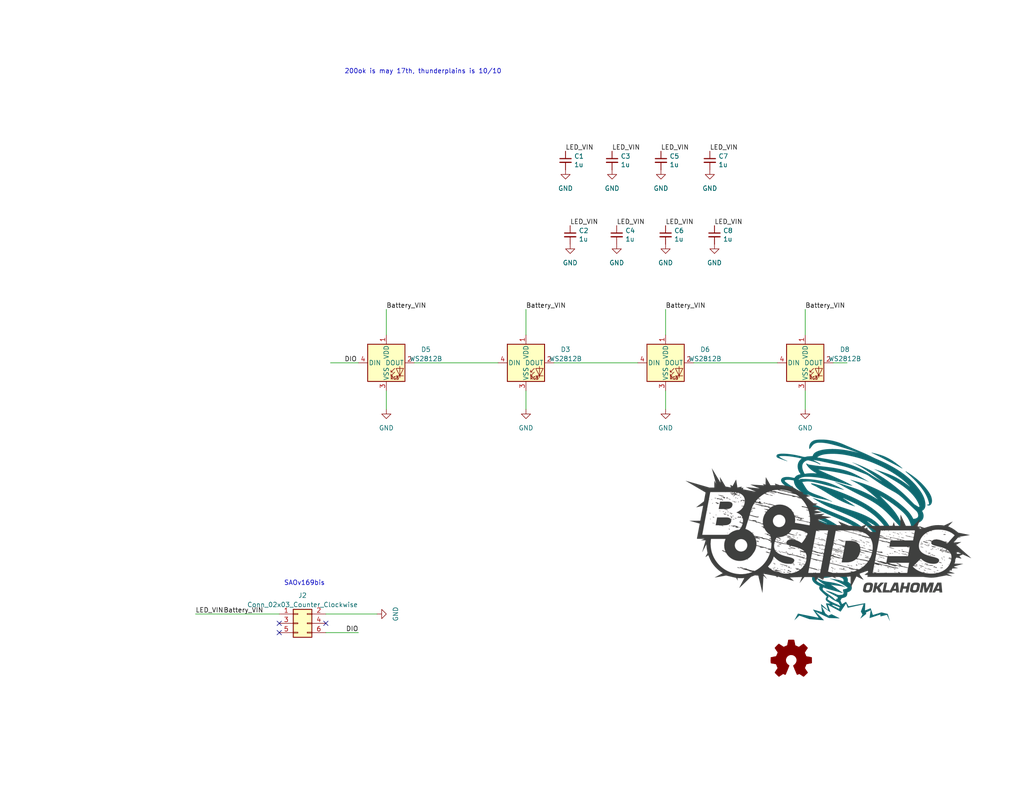
<source format=kicad_sch>
(kicad_sch (version 20231120) (generator "eeschema") (generator_version "8.0")
  (paper "USLetter")
  (title_block (date "2024-02-26"))
  (lib_symbols
    (symbol "Connector_Generic:Conn_02x03_Odd_Even" (pin_names (offset 1.016) hide)
      (property "Reference" "J" (at 1.27 5.08 0))
      (property "Value" "Conn_02x03_Odd_Even" (at 1.27 -5.08 0))
      (symbol "Conn_02x03_Odd_Even_1_1"
        (rectangle (start -1.27 -2.413) (end 0 -2.667) (stroke (width 0.1524)))
        (rectangle (start -1.27 0.127) (end 0 -0.127) (stroke (width 0.1524)))
        (rectangle (start -1.27 2.667) (end 0 2.413) (stroke (width 0.1524)))
        (rectangle (start -1.27 3.81) (end 3.81 -3.81) (stroke (width 0.254)) (fill (type background)))
        (rectangle (start 3.81 -2.413) (end 2.54 -2.667) (stroke (width 0.1524)))
        (rectangle (start 3.81 0.127) (end 2.54 -0.127) (stroke (width 0.1524)))
        (rectangle (start 3.81 2.667) (end 2.54 2.413) (stroke (width 0.1524)))
        (pin passive line (at -5.08 2.54 0) (length 3.81) (name "Pin_1") (number "1"))
        (pin passive line (at 7.62 2.54 180) (length 3.81) (name "Pin_2") (number "2"))
        (pin passive line (at -5.08 0 0) (length 3.81) (name "Pin_3") (number "3"))
        (pin passive line (at 7.62 0 180) (length 3.81) (name "Pin_4") (number "4"))
        (pin passive line (at -5.08 -2.54 0) (length 3.81) (name "Pin_5") (number "5"))
        (pin passive line (at 7.62 -2.54 180) (length 3.81) (name "Pin_6") (number "6"))
      )
    )
    (symbol "Graphic:Logo_Open_Hardware_Small" (in_bom no) (on_board no)
      (symbol "Logo_Open_Hardware_Small_0_1"
        (polyline (pts (xy 3.3528 -4.3434) (xy 3.302 -4.318) (xy 3.175 -4.2418) (xy 2.9972 -4.1148) (xy 2.7686 -3.9624) (xy 2.54 -3.81) (xy 2.3622 -3.7084) (xy 2.2352 -3.6068) (xy 2.1844 -3.5814) (xy 2.159 -3.6068) (xy 2.0574 -3.6576) (xy 1.905 -3.7338) (xy 1.8034 -3.7846) (xy 1.6764 -3.8354) (xy 1.6002 -3.8354) (xy 1.6002 -3.8354) (xy 1.5494 -3.7338) (xy 1.4732 -3.5306) (xy 1.3462 -3.302) (xy 1.2446 -3.0226) (xy 1.1176 -2.7178) (xy 0.9652 -2.413) (xy 0.8636 -2.1082) (xy 0.7366 -1.8288) (xy 0.6604 -1.6256) (xy 0.6096 -1.4732) (xy 0.5842 -1.397) (xy 0.5842 -1.397) (xy 0.6604 -1.3208) (xy 0.7874 -1.2446) (xy 1.0414 -1.016) (xy 1.2954 -0.6858) (xy 1.4478 -0.3302) (xy 1.524 0.0762) (xy 1.4732 0.4572) (xy 1.3208 0.8128) (xy 1.0668 1.143) (xy 0.762 1.3716) (xy 0.4064 1.524) (xy 0 1.5748) (xy -0.381 1.5494) (xy -0.7366 1.397) (xy -1.0668 1.143) (xy -1.2192 0.9906) (xy -1.397 0.6604) (xy -1.524 0.3048) (xy -1.524 0.2286) (xy -1.4986 -0.1778) (xy -1.397 -0.5334) (xy -1.1938 -0.8636) (xy -0.9144 -1.143) (xy -0.8636 -1.1684) (xy -0.7366 -1.27) (xy -0.635 -1.3462) (xy -0.5842 -1.397) (xy -1.0668 -2.5908) (xy -1.143 -2.794) (xy -1.2954 -3.1242) (xy -1.397 -3.4036) (xy -1.4986 -3.6322) (xy -1.5748 -3.7846) (xy -1.6002 -3.8354) (xy -1.6002 -3.8354) (xy -1.651 -3.8354) (xy -1.7272 -3.81) (xy -1.905 -3.7338) (xy -2.0066 -3.683) (xy -2.1336 -3.6068) (xy -2.2098 -3.5814) (xy -2.2606 -3.6068) (xy -2.3622 -3.683) (xy -2.54 -3.81) (xy -2.7686 -3.9624) (xy -2.9718 -4.0894) (xy -3.1496 -4.2164) (xy -3.302 -4.318) (xy -3.3528 -4.3434) (xy -3.3782 -4.3434) (xy -3.429 -4.318) (xy -3.5306 -4.2164) (xy -3.7084 -4.064) (xy -3.937 -3.8354) (xy -3.9624 -3.81) (xy -4.1656 -3.6068) (xy -4.318 -3.4544) (xy -4.4196 -3.3274) (xy -4.445 -3.2766) (xy -4.445 -3.2766) (xy -4.4196 -3.2258) (xy -4.318 -3.0734) (xy -4.2164 -2.8956) (xy -4.064 -2.667) (xy -3.6576 -2.0828) (xy -3.8862 -1.5494) (xy -3.937 -1.3716) (xy -4.0386 -1.1684) (xy -4.0894 -1.0414) (xy -4.1148 -0.9652) (xy -4.191 -0.9398) (xy -4.318 -0.9144) (xy -4.5466 -0.8636) (xy -4.8006 -0.8128) (xy -5.0546 -0.7874) (xy -5.2578 -0.7366) (xy -5.4356 -0.7112) (xy -5.5118 -0.6858) (xy -5.5118 -0.6858) (xy -5.5372 -0.635) (xy -5.5372 -0.5588) (xy -5.5372 -0.4318) (xy -5.5626 -0.2286) (xy -5.5626 0.0762) (xy -5.5626 0.127) (xy -5.5372 0.4064) (xy -5.5372 0.635) (xy -5.5372 0.762) (xy -5.5372 0.8382) (xy -5.5372 0.8382) (xy -5.461 0.8382) (xy -5.3086 0.889) (xy -5.08 0.9144) (xy -4.826 0.9652) (xy -4.8006 0.9906) (xy -4.5466 1.0414) (xy -4.318 1.0668) (xy -4.1656 1.1176) (xy -4.0894 1.143) (xy -4.0894 1.143) (xy -4.0386 1.2446) (xy -3.9624 1.4224) (xy -3.8608 1.6256) (xy -3.7846 1.8288) (xy -3.7084 2.0066) (xy -3.6576 2.159) (xy -3.6322 2.2098) (xy -3.6322 2.2098) (xy -3.683 2.286) (xy -3.7592 2.413) (xy -3.8862 2.5908) (xy -4.064 2.8194) (xy -4.064 2.8448) (xy -4.2164 3.0734) (xy -4.3434 3.2512) (xy -4.4196 3.3782) (xy -4.445 3.4544) (xy -4.445 3.4544) (xy -4.3942 3.5052) (xy -4.2926 3.6322) (xy -4.1148 3.81) (xy -3.937 4.0132) (xy -3.8608 4.064) (xy -3.6576 4.2926) (xy -3.5052 4.4196) (xy -3.4036 4.4958) (xy -3.3528 4.5212) (xy -3.3528 4.5212) (xy -3.302 4.4704) (xy -3.1496 4.3688) (xy -2.9718 4.2418) (xy -2.7432 4.0894) (xy -2.7178 4.0894) (xy -2.4892 3.937) (xy -2.3114 3.81) (xy -2.1844 3.7084) (xy -2.1336 3.683) (xy -2.1082 3.683) (xy -2.032 3.7084) (xy -1.8542 3.7592) (xy -1.6764 3.8354) (xy -1.4732 3.937) (xy -1.27 4.0132) (xy -1.143 4.064) (xy -1.0668 4.1148) (xy -1.0668 4.1148) (xy -1.0414 4.191) (xy -1.016 4.3434) (xy -0.9652 4.572) (xy -0.9144 4.8514) (xy -0.889 4.9022) (xy -0.8382 5.1562) (xy -0.8128 5.3848) (xy -0.7874 5.5372) (xy -0.762 5.588) (xy -0.7112 5.6134) (xy -0.5842 5.6134) (xy -0.4064 5.6134) (xy -0.1524 5.6134) (xy 0.0762 5.6134) (xy 0.3302 5.6134) (xy 0.5334 5.6134) (xy 0.6858 5.588) (xy 0.7366 5.588) (xy 0.7366 5.588) (xy 0.762 5.5118) (xy 0.8128 5.334) (xy 0.8382 5.1054) (xy 0.9144 4.826) (xy 0.9144 4.7752) (xy 0.9652 4.5212) (xy 1.016 4.2926) (xy 1.0414 4.1402) (xy 1.0668 4.0894) (xy 1.0668 4.0894) (xy 1.1938 4.0386) (xy 1.3716 3.9624) (xy 1.5748 3.8608) (xy 2.0828 3.6576) (xy 2.7178 4.0894) (xy 2.7686 4.1402) (xy 2.9972 4.2926) (xy 3.175 4.4196) (xy 3.302 4.4958) (xy 3.3782 4.5212) (xy 3.3782 4.5212) (xy 3.429 4.4704) (xy 3.556 4.3434) (xy 3.7338 4.191) (xy 3.9116 3.9878) (xy 4.064 3.8354) (xy 4.2418 3.6576) (xy 4.3434 3.556) (xy 4.4196 3.4798) (xy 4.4196 3.429) (xy 4.4196 3.4036) (xy 4.3942 3.3274) (xy 4.2926 3.2004) (xy 4.1656 2.9972) (xy 4.0132 2.794) (xy 3.8862 2.5908) (xy 3.7592 2.3876) (xy 3.6576 2.2352) (xy 3.6322 2.159) (xy 3.6322 2.1336) (xy 3.683 2.0066) (xy 3.7592 1.8288) (xy 3.8608 1.6002) (xy 4.064 1.1176) (xy 4.3942 1.0414) (xy 4.5974 1.016) (xy 4.8768 0.9652) (xy 5.1308 0.9144) (xy 5.5372 0.8382) (xy 5.5626 -0.6604) (xy 5.4864 -0.6858) (xy 5.4356 -0.6858) (xy 5.2832 -0.7366) (xy 5.0546 -0.762) (xy 4.8006 -0.8128) (xy 4.5974 -0.8636) (xy 4.3688 -0.9144) (xy 4.2164 -0.9398) (xy 4.1402 -0.9398) (xy 4.1148 -0.9652) (xy 4.064 -1.0668) (xy 3.9878 -1.2446) (xy 3.9116 -1.4478) (xy 3.81 -1.651) (xy 3.7338 -1.8542) (xy 3.683 -2.0066) (xy 3.6576 -2.0828) (xy 3.683 -2.1336) (xy 3.7846 -2.2606) (xy 3.8862 -2.4638) (xy 4.0386 -2.667) (xy 4.191 -2.8956) (xy 4.318 -3.0734) (xy 4.3942 -3.2004) (xy 4.445 -3.2766) (xy 4.4196 -3.3274) (xy 4.3434 -3.429) (xy 4.1656 -3.5814) (xy 3.937 -3.8354) (xy 3.8862 -3.8608) (xy 3.683 -4.064) (xy 3.5306 -4.2164) (xy 3.4036 -4.318) (xy 3.3528 -4.3434)) (fill (type outline)))
      )
    )
    (symbol "LED:WS2812B" (pin_names (offset 0.254))
      (property "Reference" "D" (at 5.08 5.715 0))
      (property "Value" "WS2812B" (at 1.27 -5.715 0))
      (symbol "WS2812B_0_0"
        (text "RGB" (at 2.286 -4.191 0) (effects (font (size 0.762 0.762))))
      )
      (symbol "WS2812B_0_1"
        (polyline (pts (xy 1.27 -3.556) (xy 1.778 -3.556)))
        (polyline (pts (xy 1.27 -2.54) (xy 1.778 -2.54)))
        (polyline (pts (xy 4.699 -3.556) (xy 2.667 -3.556)))
        (polyline (pts (xy 2.286 -2.54) (xy 1.27 -3.556) (xy 1.27 -3.048)))
        (polyline (pts (xy 2.286 -1.524) (xy 1.27 -2.54) (xy 1.27 -2.032)))
        (polyline (pts (xy 3.683 -1.016) (xy 3.683 -3.556) (xy 3.683 -4.064)))
        (polyline (pts (xy 4.699 -1.524) (xy 2.667 -1.524) (xy 3.683 -3.556) (xy 4.699 -1.524)))
        (rectangle (start 5.08 5.08) (end -5.08 -5.08) (stroke (width 0.254)) (fill (type background)))
      )
      (symbol "WS2812B_1_1"
        (pin power_in line (at 0 7.62 270) (length 2.54) (name "VDD") (number "1"))
        (pin output line (at 7.62 0 180) (length 2.54) (name "DOUT") (number "2"))
        (pin power_in line (at 0 -7.62 90) (length 2.54) (name "VSS") (number "3"))
        (pin input line (at -7.62 0 0) (length 2.54) (name "DIN") (number "4"))
      )
    )
    (symbol "power:GND" (power) (pin_names (offset 0))
      (property "Value" "GND" (at 0 -3.81 0))
      (symbol "GND_0_1"
        (polyline (pts (xy 0 0) (xy 0 -1.27) (xy 1.27 -1.27) (xy 0 -2.54) (xy -1.27 -1.27) (xy 0 -1.27)))
      )
      (symbol "GND_1_1"
        (pin power_in line (at 0 0 270) (length 0) hide (name "GND") (number "1"))
      )
    )
    (symbol "temp-sensor-rescue:C_Small-Device-temp-sensor-rescue" (pin_numbers hide) (pin_names (offset 0.254) hide)
      (property "Reference" "C" (at 0.254 1.778 0))
      (property "Value" "C_Small-Device-temp-sensor-rescue" (at 0.254 -2.032 0))
      (symbol "C_Small-Device-temp-sensor-rescue_0_1"
        (polyline (pts (xy -1.524 -0.508) (xy 1.524 -0.508)) (stroke (width 0.3302)))
        (polyline (pts (xy -1.524 0.508) (xy 1.524 0.508)) (stroke (width 0.3048)))
      )
      (symbol "C_Small-Device-temp-sensor-rescue_1_1"
        (pin passive line (at 0 2.54 270) (length 2.032) (name "~") (number "1"))
        (pin passive line (at 0 -2.54 90) (length 2.032) (name "~") (number "2"))
      )
    )
  )
  (no_connect (at 76.2 170.18))
  (no_connect (at 76.2 172.72))
  (no_connect (at 88.9 170.18))
  (wire (pts (xy 105.41 84.455) (xy 105.41 91.44)))
  (wire (pts (xy 219.71 84.455) (xy 219.71 91.44)))
  (wire (pts (xy 181.61 84.455) (xy 181.61 91.44)))
  (wire (pts (xy 151.13 99.06) (xy 173.99 99.06)))
  (wire (pts (xy 143.51 106.68) (xy 143.51 111.76)))
  (wire (pts (xy 113.03 99.06) (xy 135.89 99.06)))
  (wire (pts (xy 53.34 167.64) (xy 76.2 167.64)))
  (wire (pts (xy 88.9 172.72) (xy 97.79 172.72)))
  (wire (pts (xy 181.61 106.68) (xy 181.61 111.76)))
  (wire (pts (xy 105.41 106.68) (xy 105.41 111.76)))
  (wire (pts (xy 227.33 99.06) (xy 231.14 99.06)))
  (wire (pts (xy 88.9 167.64) (xy 102.87 167.64)))
  (wire (pts (xy 90.17 99.06) (xy 97.79 99.06)))
  (wire (pts (xy 143.51 84.455) (xy 143.51 91.44)))
  (wire (pts (xy 189.23 99.06) (xy 212.09 99.06)))
  (wire (pts (xy 219.71 106.68) (xy 219.71 111.76)))
  (image (at 226.06 144.78))
  (text "SAOv169bis" (at 77.47 160.02 0) (effects (font (size 1.27 1.27)) (justify left bottom)))
  (text "200ok is may 17th, thunderplains is 10/10" (at 93.98 20.32 0) (effects (font (size 1.27 1.27)) (justify left bottom)))
  (label "LED_VIN" (at 53.34 167.64 0))
  (label "LED_VIN" (at 155.575 61.595 0))
  (label "LED_VIN" (at 180.34 41.275 0))
  (label "LED_VIN" (at 194.945 61.595 0))
  (label "DIO" (at 97.79 172.72 180))
  (label "Battery_VIN" (at 143.51 84.455 0))
  (label "LED_VIN" (at 167.005 41.275 0))
  (label "Battery_VIN" (at 105.41 84.455 0))
  (label "Battery_VIN" (at 219.71 84.455 0))
  (label "DIO" (at 93.98 99.06 0))
  (label "LED_VIN" (at 193.675 41.275 0))
  (label "LED_VIN" (at 154.305 41.275 0))
  (label "Battery_VIN" (at 181.61 84.455 0))
  (label "LED_VIN" (at 181.61 61.595 0))
  (label "LED_VIN" (at 168.275 61.595 0))
  (label "Battery_VIN" (at 60.96 167.64 0))
  (symbol (lib_id "temp-sensor-rescue:C_Small-Device-temp-sensor-rescue") (at 167.005 43.815 0) (unit 1)
    (property "Reference" "C3" (at 169.3418 42.6466 0) (effects (justify left)))
    (property "Value" "1u" (at 169.3418 44.958 0) (effects (justify left)))
    (property "Footprint" "Capacitor_SMD:C_0402_1005Metric" (effects (hide yes)))
    (property "Description" "Multilayer Ceramic Capacitors MLCC - SMD/SMT  16VDC 0.1uF 10% X7R AEC-Q200" (effects (hide yes)))
    (property "Height" "0.9" (effects (hide yes)))
    (property "Digikey Part Number" "1276-1001-1-ND" (effects (hide yes)))
    (property "PARTREV" "V3" (effects (hide yes)))
    (property "Configuration" "all" (effects (hide yes)))
    (property "LCSC" "C14445" (effects (hide yes)))
    (property "price" "0.1" (effects (hide yes)))
  )
  (symbol (lib_id "power:GND") (at 181.61 111.76 0) (unit 1)
    (property "Reference" "#PWR08" (effects (hide yes)))
    (property "Value" "GND" (at 181.61 116.84 0))
  )
  (symbol (lib_id "power:GND") (at 193.675 46.355 0) (unit 1)
    (property "Reference" "#PWR017" (effects (hide yes)))
    (property "Value" "GND" (at 193.675 51.435 0))
  )
  (symbol (lib_id "power:GND") (at 167.005 46.355 0) (unit 1)
    (property "Reference" "#PWR013" (effects (hide yes)))
    (property "Value" "GND" (at 167.005 51.435 0))
  )
  (symbol (lib_id "power:GND") (at 180.34 46.355 0) (unit 1)
    (property "Reference" "#PWR015" (effects (hide yes)))
    (property "Value" "GND" (at 180.34 51.435 0))
  )
  (symbol (lib_id "LED:WS2812B") (at 105.41 99.06 0) (unit 1)
    (property "Reference" "D5" (at 116.205 95.4121 0))
    (property "Value" "WS2812B" (at 116.205 97.9521 0))
    (property "Footprint" "LED_SMD:LED_WS2812B_PLCC4_5.0x5.0mm_P3.2mm" (effects (hide yes)))
    (property "Datasheet" "https://cdn-shop.adafruit.com/datasheets/WS2812B.pdf" (effects (hide yes)))
    (property "LCSC" "C114586" (effects (hide yes)))
  )
  (symbol (lib_id "temp-sensor-rescue:C_Small-Device-temp-sensor-rescue") (at 168.275 64.135 0) (unit 1)
    (property "Reference" "C4" (at 170.6118 62.9666 0) (effects (justify left)))
    (property "Value" "1u" (at 170.6118 65.278 0) (effects (justify left)))
    (property "Footprint" "Capacitor_SMD:C_0402_1005Metric" (effects (hide yes)))
    (property "Description" "Multilayer Ceramic Capacitors MLCC - SMD/SMT  16VDC 0.1uF 10% X7R AEC-Q200" (effects (hide yes)))
    (property "Height" "0.9" (effects (hide yes)))
    (property "Digikey Part Number" "1276-1001-1-ND" (effects (hide yes)))
    (property "PARTREV" "V3" (effects (hide yes)))
    (property "Configuration" "all" (effects (hide yes)))
    (property "LCSC" "C14445" (effects (hide yes)))
    (property "price" "0.1" (effects (hide yes)))
  )
  (symbol (lib_id "temp-sensor-rescue:C_Small-Device-temp-sensor-rescue") (at 194.945 64.135 0) (unit 1)
    (property "Reference" "C8" (at 197.2818 62.9666 0) (effects (justify left)))
    (property "Value" "1u" (at 197.2818 65.278 0) (effects (justify left)))
    (property "Footprint" "Capacitor_SMD:C_0402_1005Metric" (effects (hide yes)))
    (property "Description" "Multilayer Ceramic Capacitors MLCC - SMD/SMT  16VDC 0.1uF 10% X7R AEC-Q200" (effects (hide yes)))
    (property "Height" "0.9" (effects (hide yes)))
    (property "Digikey Part Number" "1276-1001-1-ND" (effects (hide yes)))
    (property "PARTREV" "V3" (effects (hide yes)))
    (property "Configuration" "all" (effects (hide yes)))
    (property "LCSC" "C14445" (effects (hide yes)))
    (property "price" "0.1" (effects (hide yes)))
  )
  (symbol (lib_id "power:GND") (at 105.41 111.76 0) (unit 1)
    (property "Reference" "#PWR01" (effects (hide yes)))
    (property "Value" "GND" (at 105.41 116.84 0))
  )
  (symbol (lib_id "temp-sensor-rescue:C_Small-Device-temp-sensor-rescue") (at 155.575 64.135 0) (unit 1)
    (property "Reference" "C2" (at 157.9118 62.9666 0) (effects (justify left)))
    (property "Value" "1u" (at 157.9118 65.278 0) (effects (justify left)))
    (property "Footprint" "Capacitor_SMD:C_0402_1005Metric" (effects (hide yes)))
    (property "Description" "Multilayer Ceramic Capacitors MLCC - SMD/SMT  16VDC 0.1uF 10% X7R AEC-Q200" (effects (hide yes)))
    (property "Height" "0.9" (effects (hide yes)))
    (property "Digikey Part Number" "1276-1001-1-ND" (effects (hide yes)))
    (property "PARTREV" "V3" (effects (hide yes)))
    (property "Configuration" "all" (effects (hide yes)))
    (property "LCSC" "C14445" (effects (hide yes)))
    (property "price" "0.1" (effects (hide yes)))
  )
  (symbol (lib_id "power:GND") (at 143.51 111.76 0) (unit 1)
    (property "Reference" "#PWR06" (effects (hide yes)))
    (property "Value" "GND" (at 143.51 116.84 0))
  )
  (symbol (lib_id "power:GND") (at 155.575 66.675 0) (unit 1)
    (property "Reference" "#PWR012" (effects (hide yes)))
    (property "Value" "GND" (at 155.575 71.755 0))
  )
  (symbol (lib_id "power:GND") (at 181.61 66.675 0) (unit 1)
    (property "Reference" "#PWR016" (effects (hide yes)))
    (property "Value" "GND" (at 181.61 71.755 0))
  )
  (symbol (lib_id "temp-sensor-rescue:C_Small-Device-temp-sensor-rescue") (at 193.675 43.815 0) (unit 1)
    (property "Reference" "C7" (at 196.0118 42.6466 0) (effects (justify left)))
    (property "Value" "1u" (at 196.0118 44.958 0) (effects (justify left)))
    (property "Footprint" "Capacitor_SMD:C_0402_1005Metric" (effects (hide yes)))
    (property "Description" "Multilayer Ceramic Capacitors MLCC - SMD/SMT  16VDC 0.1uF 10% X7R AEC-Q200" (effects (hide yes)))
    (property "Height" "0.9" (effects (hide yes)))
    (property "Digikey Part Number" "1276-1001-1-ND" (effects (hide yes)))
    (property "PARTREV" "V3" (effects (hide yes)))
    (property "Configuration" "all" (effects (hide yes)))
    (property "LCSC" "C14445" (effects (hide yes)))
    (property "price" "0.1" (effects (hide yes)))
  )
  (symbol (lib_id "power:GND") (at 219.71 111.76 0) (unit 1)
    (property "Reference" "#PWR010" (effects (hide yes)))
    (property "Value" "GND" (at 219.71 116.84 0))
  )
  (symbol (lib_id "power:GND") (at 154.305 46.355 0) (unit 1)
    (property "Reference" "#PWR04" (effects (hide yes)))
    (property "Value" "GND" (at 154.305 51.435 0))
  )
  (symbol (lib_id "power:GND") (at 168.275 66.675 0) (unit 1)
    (property "Reference" "#PWR014" (effects (hide yes)))
    (property "Value" "GND" (at 168.275 71.755 0))
  )
  (symbol (lib_id "temp-sensor-rescue:C_Small-Device-temp-sensor-rescue") (at 180.34 43.815 0) (unit 1)
    (property "Reference" "C5" (at 182.6768 42.6466 0) (effects (justify left)))
    (property "Value" "1u" (at 182.6768 44.958 0) (effects (justify left)))
    (property "Footprint" "Capacitor_SMD:C_0402_1005Metric" (effects (hide yes)))
    (property "Description" "Multilayer Ceramic Capacitors MLCC - SMD/SMT  16VDC 0.1uF 10% X7R AEC-Q200" (effects (hide yes)))
    (property "Height" "0.9" (effects (hide yes)))
    (property "Digikey Part Number" "1276-1001-1-ND" (effects (hide yes)))
    (property "PARTREV" "V3" (effects (hide yes)))
    (property "Configuration" "all" (effects (hide yes)))
    (property "LCSC" "C14445" (effects (hide yes)))
    (property "price" "0.1" (effects (hide yes)))
  )
  (symbol (lib_id "temp-sensor-rescue:C_Small-Device-temp-sensor-rescue") (at 181.61 64.135 0) (unit 1)
    (property "Reference" "C6" (at 183.9468 62.9666 0) (effects (justify left)))
    (property "Value" "1u" (at 183.9468 65.278 0) (effects (justify left)))
    (property "Footprint" "Capacitor_SMD:C_0402_1005Metric" (effects (hide yes)))
    (property "Description" "Multilayer Ceramic Capacitors MLCC - SMD/SMT  16VDC 0.1uF 10% X7R AEC-Q200" (effects (hide yes)))
    (property "Height" "0.9" (effects (hide yes)))
    (property "Digikey Part Number" "1276-1001-1-ND" (effects (hide yes)))
    (property "PARTREV" "V3" (effects (hide yes)))
    (property "Configuration" "all" (effects (hide yes)))
    (property "LCSC" "C14445" (effects (hide yes)))
    (property "price" "0.1" (effects (hide yes)))
  )
  (symbol (lib_id "Connector_Generic:Conn_02x03_Odd_Even") (at 81.28 170.18 0) (unit 1)
    (property "Reference" "J2" (at 82.55 162.56 0))
    (property "Value" "Conn_02x03_Counter_Clockwise" (at 82.55 165.1 0))
    (property "Footprint" "Connector_PinHeader_2.54mm:PinHeader_2x03_P2.54mm_Vertical_SMD" (effects (hide yes)))
    (property "LCSC" "C5160759" (effects (hide yes)))
  )
  (symbol (lib_id "power:GND") (at 102.87 167.64 90) (unit 1)
    (property "Reference" "#PWR03" (effects (hide yes)))
    (property "Value" "GND" (at 107.95 167.64 0))
  )
  (symbol (lib_id "power:GND") (at 194.945 66.675 0) (unit 1)
    (property "Reference" "#PWR018" (effects (hide yes)))
    (property "Value" "GND" (at 194.945 71.755 0))
  )
  (symbol (lib_id "temp-sensor-rescue:C_Small-Device-temp-sensor-rescue") (at 154.305 43.815 0) (unit 1)
    (property "Reference" "C1" (at 156.6418 42.6466 0) (effects (justify left)))
    (property "Value" "1u" (at 156.6418 44.958 0) (effects (justify left)))
    (property "Footprint" "Capacitor_SMD:C_0402_1005Metric" (effects (hide yes)))
    (property "Description" "Multilayer Ceramic Capacitors MLCC - SMD/SMT  16VDC 0.1uF 10% X7R AEC-Q200" (effects (hide yes)))
    (property "Height" "0.9" (effects (hide yes)))
    (property "Digikey Part Number" "1276-1001-1-ND" (effects (hide yes)))
    (property "PARTREV" "V3" (effects (hide yes)))
    (property "Configuration" "all" (effects (hide yes)))
    (property "LCSC" "C14445" (effects (hide yes)))
    (property "price" "0.1" (effects (hide yes)))
  )
  (symbol (lib_id "LED:WS2812B") (at 143.51 99.06 0) (unit 1)
    (property "Reference" "D3" (at 154.305 95.4121 0))
    (property "Value" "WS2812B" (at 154.305 97.9521 0))
    (property "Footprint" "LED_SMD:LED_WS2812B_PLCC4_5.0x5.0mm_P3.2mm" (effects (hide yes)))
    (property "Datasheet" "https://cdn-shop.adafruit.com/datasheets/WS2812B.pdf" (effects (hide yes)))
    (property "LCSC" "C114586" (effects (hide yes)))
  )
  (symbol (lib_id "Graphic:Logo_Open_Hardware_Small") (at 215.9 180.34 0) (unit 1) (exclude_from_sim yes) (in_bom no) (on_board no)
    (property "Reference" "#SYM1" (effects (hide yes)))
    (property "Value" "Logo_Open_Hardware_Small" (effects (hide yes)))
  )
  (symbol (lib_id "LED:WS2812B") (at 181.61 99.06 0) (unit 1)
    (property "Reference" "D6" (at 192.405 95.4121 0))
    (property "Value" "WS2812B" (at 192.405 97.9521 0))
    (property "Footprint" "LED_SMD:LED_WS2812B_PLCC4_5.0x5.0mm_P3.2mm" (effects (hide yes)))
    (property "Datasheet" "https://cdn-shop.adafruit.com/datasheets/WS2812B.pdf" (effects (hide yes)))
    (property "LCSC" "C114586" (effects (hide yes)))
  )
  (symbol (lib_id "LED:WS2812B") (at 219.71 99.06 0) (unit 1)
    (property "Reference" "D8" (at 230.505 95.4121 0))
    (property "Value" "WS2812B" (at 230.505 97.9521 0))
    (property "Footprint" "LED_SMD:LED_WS2812B_PLCC4_5.0x5.0mm_P3.2mm" (effects (hide yes)))
    (property "Datasheet" "https://cdn-shop.adafruit.com/datasheets/WS2812B.pdf" (effects (hide yes)))
    (property "LCSC" "C114586" (effects (hide yes)))
  )
)
</source>
